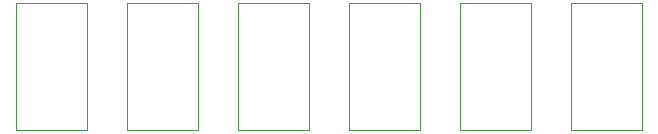
<source format=gbr>
G04*
G04 #@! TF.GenerationSoftware,Altium Limited,Altium Designer,24.8.2 (39)*
G04*
G04 Layer_Color=32768*
%FSLAX25Y25*%
%MOIN*%
G70*
G04*
G04 #@! TF.SameCoordinates,CBBCE14F-D53E-4E5E-9298-E108D83DD630*
G04*
G04*
G04 #@! TF.FilePolarity,Positive*
G04*
G01*
G75*
%ADD25C,0.00197*%
D25*
X103976Y191929D02*
X127598D01*
X103976D02*
Y234449D01*
X127598D01*
Y191929D02*
Y234449D01*
X312598Y191929D02*
Y234449D01*
X288976D02*
X312598D01*
X288976Y191929D02*
Y234449D01*
Y191929D02*
X312598D01*
X275598D02*
Y234449D01*
X251976D02*
X275598D01*
X251976Y191929D02*
Y234449D01*
Y191929D02*
X275598D01*
X238598D02*
Y234449D01*
X214976D02*
X238598D01*
X214976Y191929D02*
Y234449D01*
Y191929D02*
X238598D01*
X201598D02*
Y234449D01*
X177976D02*
X201598D01*
X177976Y191929D02*
Y234449D01*
Y191929D02*
X201598D01*
X164598D02*
Y234449D01*
X140976D02*
X164598D01*
X140976Y191929D02*
Y234449D01*
Y191929D02*
X164598D01*
M02*

</source>
